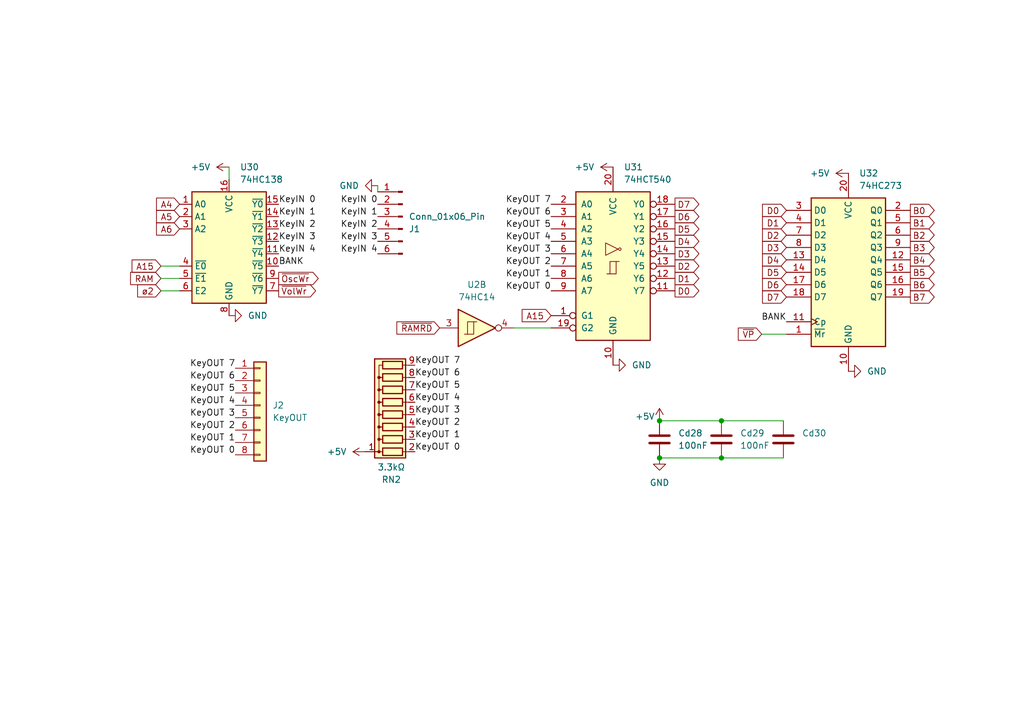
<source format=kicad_sch>
(kicad_sch (version 20231120) (generator "eeschema") (generator_version "8.0")
  (paper "A5")
  (title_block (title "I/O"))
  (lib_symbols
    (symbol "74xx:74AHC273"
      (property "Reference" "U" (at -7.62 16.51 0))
      (property "Value" "74AHC273" (at -7.62 -16.51 0))
      (symbol "74AHC273_1_0"
        (pin input line (at -12.7 -12.7 0) (length 5.08) (name "~{Mr}") (number "1"))
        (pin power_in line (at 0 -20.32 90) (length 5.08) (name "GND") (number "10"))
        (pin input clock (at -12.7 -10.16 0) (length 5.08) (name "Cp") (number "11"))
        (pin output line (at 12.7 2.54 180) (length 5.08) (name "Q4") (number "12"))
        (pin input line (at -12.7 2.54 0) (length 5.08) (name "D4") (number "13"))
        (pin input line (at -12.7 0 0) (length 5.08) (name "D5") (number "14"))
        (pin output line (at 12.7 0 180) (length 5.08) (name "Q5") (number "15"))
        (pin output line (at 12.7 -2.54 180) (length 5.08) (name "Q6") (number "16"))
        (pin input line (at -12.7 -2.54 0) (length 5.08) (name "D6") (number "17"))
        (pin input line (at -12.7 -5.08 0) (length 5.08) (name "D7") (number "18"))
        (pin output line (at 12.7 -5.08 180) (length 5.08) (name "Q7") (number "19"))
        (pin output line (at 12.7 12.7 180) (length 5.08) (name "Q0") (number "2"))
        (pin power_in line (at 0 20.32 270) (length 5.08) (name "VCC") (number "20"))
        (pin input line (at -12.7 12.7 0) (length 5.08) (name "D0") (number "3"))
        (pin input line (at -12.7 10.16 0) (length 5.08) (name "D1") (number "4"))
        (pin output line (at 12.7 10.16 180) (length 5.08) (name "Q1") (number "5"))
        (pin output line (at 12.7 7.62 180) (length 5.08) (name "Q2") (number "6"))
        (pin input line (at -12.7 7.62 0) (length 5.08) (name "D2") (number "7"))
        (pin input line (at -12.7 5.08 0) (length 5.08) (name "D3") (number "8"))
        (pin output line (at 12.7 5.08 180) (length 5.08) (name "Q3") (number "9"))
      )
      (symbol "74AHC273_1_1"
        (rectangle (start -7.62 15.24) (end 7.62 -15.24) (stroke (width 0.254)) (fill (type background)))
      )
    )
    (symbol "74xx:74HC138"
      (property "Reference" "U" (at -7.62 13.97 0))
      (property "Value" "74HC138" (at 2.54 -11.43 0))
      (symbol "74HC138_0_1"
        (rectangle (start -7.62 12.7) (end 7.62 -10.16) (stroke (width 0.254)) (fill (type background)))
      )
      (symbol "74HC138_1_1"
        (pin input line (at -10.16 10.16 0) (length 2.54) (name "A0") (number "1"))
        (pin output line (at 10.16 -2.54 180) (length 2.54) (name "~{Y5}") (number "10"))
        (pin output line (at 10.16 0 180) (length 2.54) (name "~{Y4}") (number "11"))
        (pin output line (at 10.16 2.54 180) (length 2.54) (name "~{Y3}") (number "12"))
        (pin output line (at 10.16 5.08 180) (length 2.54) (name "~{Y2}") (number "13"))
        (pin output line (at 10.16 7.62 180) (length 2.54) (name "~{Y1}") (number "14"))
        (pin output line (at 10.16 10.16 180) (length 2.54) (name "~{Y0}") (number "15"))
        (pin power_in line (at 0 15.24 270) (length 2.54) (name "VCC") (number "16"))
        (pin input line (at -10.16 7.62 0) (length 2.54) (name "A1") (number "2"))
        (pin input line (at -10.16 5.08 0) (length 2.54) (name "A2") (number "3"))
        (pin input line (at -10.16 -2.54 0) (length 2.54) (name "~{E0}") (number "4"))
        (pin input line (at -10.16 -5.08 0) (length 2.54) (name "~{E1}") (number "5"))
        (pin input line (at -10.16 -7.62 0) (length 2.54) (name "E2") (number "6"))
        (pin output line (at 10.16 -7.62 180) (length 2.54) (name "~{Y7}") (number "7"))
        (pin power_in line (at 0 -12.7 90) (length 2.54) (name "GND") (number "8"))
        (pin output line (at 10.16 -5.08 180) (length 2.54) (name "~{Y6}") (number "9"))
      )
    )
    (symbol "74xx:74HC14" (pin_names (offset 1.016))
      (property "Reference" "U" (at 0 1.27 0))
      (property "Value" "74HC14" (at 0 -1.27 0))
      (symbol "74HC14_1_0"
        (polyline (pts (xy -3.81 3.81) (xy -3.81 -3.81) (xy 3.81 0) (xy -3.81 3.81)) (stroke (width 0.254)) (fill (type background)))
        (pin input line (at -7.62 0 0) (length 3.81) (name "~") (number "1"))
        (pin output inverted (at 7.62 0 180) (length 3.81) (name "~") (number "2"))
      )
      (symbol "74HC14_1_1"
        (polyline (pts (xy -1.905 -1.27) (xy -1.905 1.27) (xy -0.635 1.27)))
        (polyline (pts (xy -2.54 -1.27) (xy -0.635 -1.27) (xy -0.635 1.27) (xy 0 1.27)))
      )
      (symbol "74HC14_2_0"
        (polyline (pts (xy -3.81 3.81) (xy -3.81 -3.81) (xy 3.81 0) (xy -3.81 3.81)) (stroke (width 0.254)) (fill (type background)))
        (pin input line (at -7.62 0 0) (length 3.81) (name "~") (number "3"))
        (pin output inverted (at 7.62 0 180) (length 3.81) (name "~") (number "4"))
      )
      (symbol "74HC14_2_1"
        (polyline (pts (xy -1.905 -1.27) (xy -1.905 1.27) (xy -0.635 1.27)))
        (polyline (pts (xy -2.54 -1.27) (xy -0.635 -1.27) (xy -0.635 1.27) (xy 0 1.27)))
      )
      (symbol "74HC14_3_0"
        (polyline (pts (xy -3.81 3.81) (xy -3.81 -3.81) (xy 3.81 0) (xy -3.81 3.81)) (stroke (width 0.254)) (fill (type background)))
        (pin input line (at -7.62 0 0) (length 3.81) (name "~") (number "5"))
        (pin output inverted (at 7.62 0 180) (length 3.81) (name "~") (number "6"))
      )
      (symbol "74HC14_3_1"
        (polyline (pts (xy -1.905 -1.27) (xy -1.905 1.27) (xy -0.635 1.27)))
        (polyline (pts (xy -2.54 -1.27) (xy -0.635 -1.27) (xy -0.635 1.27) (xy 0 1.27)))
      )
      (symbol "74HC14_4_0"
        (polyline (pts (xy -3.81 3.81) (xy -3.81 -3.81) (xy 3.81 0) (xy -3.81 3.81)) (stroke (width 0.254)) (fill (type background)))
        (pin output inverted (at 7.62 0 180) (length 3.81) (name "~") (number "8"))
        (pin input line (at -7.62 0 0) (length 3.81) (name "~") (number "9"))
      )
      (symbol "74HC14_4_1"
        (polyline (pts (xy -1.905 -1.27) (xy -1.905 1.27) (xy -0.635 1.27)))
        (polyline (pts (xy -2.54 -1.27) (xy -0.635 -1.27) (xy -0.635 1.27) (xy 0 1.27)))
      )
      (symbol "74HC14_5_0"
        (polyline (pts (xy -3.81 3.81) (xy -3.81 -3.81) (xy 3.81 0) (xy -3.81 3.81)) (stroke (width 0.254)) (fill (type background)))
        (pin output inverted (at 7.62 0 180) (length 3.81) (name "~") (number "10"))
        (pin input line (at -7.62 0 0) (length 3.81) (name "~") (number "11"))
      )
      (symbol "74HC14_5_1"
        (polyline (pts (xy -1.905 -1.27) (xy -1.905 1.27) (xy -0.635 1.27)))
        (polyline (pts (xy -2.54 -1.27) (xy -0.635 -1.27) (xy -0.635 1.27) (xy 0 1.27)))
      )
      (symbol "74HC14_6_0"
        (polyline (pts (xy -3.81 3.81) (xy -3.81 -3.81) (xy 3.81 0) (xy -3.81 3.81)) (stroke (width 0.254)) (fill (type background)))
        (pin output inverted (at 7.62 0 180) (length 3.81) (name "~") (number "12"))
        (pin input line (at -7.62 0 0) (length 3.81) (name "~") (number "13"))
      )
      (symbol "74HC14_6_1"
        (polyline (pts (xy -1.905 -1.27) (xy -1.905 1.27) (xy -0.635 1.27)))
        (polyline (pts (xy -2.54 -1.27) (xy -0.635 -1.27) (xy -0.635 1.27) (xy 0 1.27)))
      )
      (symbol "74HC14_7_0"
        (pin power_in line (at 0 12.7 270) (length 5.08) (name "VCC") (number "14"))
        (pin power_in line (at 0 -12.7 90) (length 5.08) (name "GND") (number "7"))
      )
      (symbol "74HC14_7_1"
        (rectangle (start -5.08 7.62) (end 5.08 -7.62) (stroke (width 0.254)) (fill (type background)))
      )
    )
    (symbol "74xx:74LS540" (pin_names (offset 1.016))
      (property "Reference" "U" (at -7.62 16.51 0))
      (property "Value" "74LS540" (at -7.62 -16.51 0))
      (symbol "74LS540_1_0"
        (polyline (pts (xy -0.635 -1.6002) (xy -0.635 0.9398) (xy 0.635 0.9398)))
        (polyline (pts (xy -1.27 -1.6002) (xy 0.635 -1.6002) (xy 0.635 0.9398) (xy 1.27 0.9398)))
        (polyline (pts (xy 1.016 3.4798) (xy -1.524 4.7498) (xy -1.524 2.2098) (xy 1.016 3.4798)) (stroke (width 0.1524)))
        (circle (center 1.397 3.4798) (radius 0.254) (stroke (width 0.1524)))
        (pin input inverted (at -12.7 -10.16 0) (length 5.08) (name "G1") (number "1"))
        (pin power_in line (at 0 -20.32 90) (length 5.08) (name "GND") (number "10"))
        (pin tri_state inverted (at 12.7 -5.08 180) (length 5.08) (name "Y7") (number "11"))
        (pin tri_state inverted (at 12.7 -2.54 180) (length 5.08) (name "Y6") (number "12"))
        (pin tri_state inverted (at 12.7 0 180) (length 5.08) (name "Y5") (number "13"))
        (pin tri_state inverted (at 12.7 2.54 180) (length 5.08) (name "Y4") (number "14"))
        (pin tri_state inverted (at 12.7 5.08 180) (length 5.08) (name "Y3") (number "15"))
        (pin tri_state inverted (at 12.7 7.62 180) (length 5.08) (name "Y2") (number "16"))
        (pin tri_state inverted (at 12.7 10.16 180) (length 5.08) (name "Y1") (number "17"))
        (pin tri_state inverted (at 12.7 12.7 180) (length 5.08) (name "Y0") (number "18"))
        (pin input inverted (at -12.7 -12.7 0) (length 5.08) (name "G2") (number "19"))
        (pin input line (at -12.7 12.7 0) (length 5.08) (name "A0") (number "2"))
        (pin power_in line (at 0 20.32 270) (length 5.08) (name "VCC") (number "20"))
        (pin input line (at -12.7 10.16 0) (length 5.08) (name "A1") (number "3"))
        (pin input line (at -12.7 7.62 0) (length 5.08) (name "A2") (number "4"))
        (pin input line (at -12.7 5.08 0) (length 5.08) (name "A3") (number "5"))
        (pin input line (at -12.7 2.54 0) (length 5.08) (name "A4") (number "6"))
        (pin input line (at -12.7 0 0) (length 5.08) (name "A5") (number "7"))
        (pin input line (at -12.7 -2.54 0) (length 5.08) (name "A6") (number "8"))
        (pin input line (at -12.7 -5.08 0) (length 5.08) (name "A7") (number "9"))
      )
      (symbol "74LS540_1_1"
        (rectangle (start -7.62 15.24) (end 7.62 -15.24) (stroke (width 0.254)) (fill (type background)))
      )
    )
    (symbol "Connector:Conn_01x06_Pin" (pin_names (offset 1.016) hide)
      (property "Reference" "J" (at 0 7.62 0))
      (property "Value" "Conn_01x06_Pin" (at 0 -10.16 0))
      (symbol "Conn_01x06_Pin_1_1"
        (polyline (pts (xy 1.27 -7.62) (xy 0.8636 -7.62)) (stroke (width 0.1524)))
        (polyline (pts (xy 1.27 -5.08) (xy 0.8636 -5.08)) (stroke (width 0.1524)))
        (polyline (pts (xy 1.27 -2.54) (xy 0.8636 -2.54)) (stroke (width 0.1524)))
        (polyline (pts (xy 1.27 0) (xy 0.8636 0)) (stroke (width 0.1524)))
        (polyline (pts (xy 1.27 2.54) (xy 0.8636 2.54)) (stroke (width 0.1524)))
        (polyline (pts (xy 1.27 5.08) (xy 0.8636 5.08)) (stroke (width 0.1524)))
        (rectangle (start 0.8636 -7.493) (end 0 -7.747) (stroke (width 0.1524)) (fill (type outline)))
        (rectangle (start 0.8636 -4.953) (end 0 -5.207) (stroke (width 0.1524)) (fill (type outline)))
        (rectangle (start 0.8636 -2.413) (end 0 -2.667) (stroke (width 0.1524)) (fill (type outline)))
        (rectangle (start 0.8636 0.127) (end 0 -0.127) (stroke (width 0.1524)) (fill (type outline)))
        (rectangle (start 0.8636 2.667) (end 0 2.413) (stroke (width 0.1524)) (fill (type outline)))
        (rectangle (start 0.8636 5.207) (end 0 4.953) (stroke (width 0.1524)) (fill (type outline)))
        (pin passive line (at 5.08 5.08 180) (length 3.81) (name "Pin_1") (number "1"))
        (pin passive line (at 5.08 2.54 180) (length 3.81) (name "Pin_2") (number "2"))
        (pin passive line (at 5.08 0 180) (length 3.81) (name "Pin_3") (number "3"))
        (pin passive line (at 5.08 -2.54 180) (length 3.81) (name "Pin_4") (number "4"))
        (pin passive line (at 5.08 -5.08 180) (length 3.81) (name "Pin_5") (number "5"))
        (pin passive line (at 5.08 -7.62 180) (length 3.81) (name "Pin_6") (number "6"))
      )
    )
    (symbol "Connector_Generic:Conn_01x08" (pin_names (offset 1.016) hide)
      (property "Reference" "J" (at 0 10.16 0))
      (property "Value" "Conn_01x08" (at 0 -12.7 0))
      (symbol "Conn_01x08_1_1"
        (rectangle (start -1.27 -10.033) (end 0 -10.287) (stroke (width 0.1524)))
        (rectangle (start -1.27 -7.493) (end 0 -7.747) (stroke (width 0.1524)))
        (rectangle (start -1.27 -4.953) (end 0 -5.207) (stroke (width 0.1524)))
        (rectangle (start -1.27 -2.413) (end 0 -2.667) (stroke (width 0.1524)))
        (rectangle (start -1.27 0.127) (end 0 -0.127) (stroke (width 0.1524)))
        (rectangle (start -1.27 2.667) (end 0 2.413) (stroke (width 0.1524)))
        (rectangle (start -1.27 5.207) (end 0 4.953) (stroke (width 0.1524)))
        (rectangle (start -1.27 7.747) (end 0 7.493) (stroke (width 0.1524)))
        (rectangle (start -1.27 8.89) (end 1.27 -11.43) (stroke (width 0.254)) (fill (type background)))
        (pin passive line (at -5.08 7.62 0) (length 3.81) (name "Pin_1") (number "1"))
        (pin passive line (at -5.08 5.08 0) (length 3.81) (name "Pin_2") (number "2"))
        (pin passive line (at -5.08 2.54 0) (length 3.81) (name "Pin_3") (number "3"))
        (pin passive line (at -5.08 0 0) (length 3.81) (name "Pin_4") (number "4"))
        (pin passive line (at -5.08 -2.54 0) (length 3.81) (name "Pin_5") (number "5"))
        (pin passive line (at -5.08 -5.08 0) (length 3.81) (name "Pin_6") (number "6"))
        (pin passive line (at -5.08 -7.62 0) (length 3.81) (name "Pin_7") (number "7"))
        (pin passive line (at -5.08 -10.16 0) (length 3.81) (name "Pin_8") (number "8"))
      )
    )
    (symbol "Device:C" (pin_numbers hide) (pin_names (offset 0.254))
      (property "Reference" "C" (at 0.635 2.54 0))
      (property "Value" "C" (at 0.635 -2.54 0))
      (symbol "C_0_1"
        (polyline (pts (xy -2.032 -0.762) (xy 2.032 -0.762)) (stroke (width 0.508)))
        (polyline (pts (xy -2.032 0.762) (xy 2.032 0.762)) (stroke (width 0.508)))
      )
      (symbol "C_1_1"
        (pin passive line (at 0 3.81 270) (length 2.794) (name "~") (number "1"))
        (pin passive line (at 0 -3.81 90) (length 2.794) (name "~") (number "2"))
      )
    )
    (symbol "Device:R_Network08" (pin_names (offset 0) hide)
      (property "Reference" "RN" (at -12.7 0 90))
      (property "Value" "R_Network08" (at 10.16 0 90))
      (symbol "R_Network08_0_1"
        (rectangle (start -11.43 -3.175) (end 8.89 3.175) (stroke (width 0.254)) (fill (type background)))
        (rectangle (start -10.922 1.524) (end -9.398 -2.54) (stroke (width 0.254)))
        (circle (center -10.16 2.286) (radius 0.254) (fill (type outline)))
        (rectangle (start -8.382 1.524) (end -6.858 -2.54) (stroke (width 0.254)))
        (circle (center -7.62 2.286) (radius 0.254) (fill (type outline)))
        (rectangle (start -5.842 1.524) (end -4.318 -2.54) (stroke (width 0.254)))
        (circle (center -5.08 2.286) (radius 0.254) (fill (type outline)))
        (rectangle (start -3.302 1.524) (end -1.778 -2.54) (stroke (width 0.254)))
        (circle (center -2.54 2.286) (radius 0.254) (fill (type outline)))
        (rectangle (start -0.762 1.524) (end 0.762 -2.54) (stroke (width 0.254)))
        (polyline (pts (xy -10.16 -2.54) (xy -10.16 -3.81)))
        (polyline (pts (xy -7.62 -2.54) (xy -7.62 -3.81)))
        (polyline (pts (xy -5.08 -2.54) (xy -5.08 -3.81)))
        (polyline (pts (xy -2.54 -2.54) (xy -2.54 -3.81)))
        (polyline (pts (xy 0 -2.54) (xy 0 -3.81)))
        (polyline (pts (xy 2.54 -2.54) (xy 2.54 -3.81)))
        (polyline (pts (xy 5.08 -2.54) (xy 5.08 -3.81)))
        (polyline (pts (xy 7.62 -2.54) (xy 7.62 -3.81)))
        (polyline (pts (xy -10.16 1.524) (xy -10.16 2.286) (xy -7.62 2.286) (xy -7.62 1.524)))
        (polyline (pts (xy -7.62 1.524) (xy -7.62 2.286) (xy -5.08 2.286) (xy -5.08 1.524)))
        (polyline (pts (xy -5.08 1.524) (xy -5.08 2.286) (xy -2.54 2.286) (xy -2.54 1.524)))
        (polyline (pts (xy -2.54 1.524) (xy -2.54 2.286) (xy 0 2.286) (xy 0 1.524)))
        (polyline (pts (xy 0 1.524) (xy 0 2.286) (xy 2.54 2.286) (xy 2.54 1.524)))
        (polyline (pts (xy 2.54 1.524) (xy 2.54 2.286) (xy 5.08 2.286) (xy 5.08 1.524)))
        (polyline (pts (xy 5.08 1.524) (xy 5.08 2.286) (xy 7.62 2.286) (xy 7.62 1.524)))
        (circle (center 0 2.286) (radius 0.254) (fill (type outline)))
        (rectangle (start 1.778 1.524) (end 3.302 -2.54) (stroke (width 0.254)))
        (circle (center 2.54 2.286) (radius 0.254) (fill (type outline)))
        (rectangle (start 4.318 1.524) (end 5.842 -2.54) (stroke (width 0.254)))
        (circle (center 5.08 2.286) (radius 0.254) (fill (type outline)))
        (rectangle (start 6.858 1.524) (end 8.382 -2.54) (stroke (width 0.254)))
      )
      (symbol "R_Network08_1_1"
        (pin passive line (at -10.16 5.08 270) (length 2.54) (name "common") (number "1"))
        (pin passive line (at -10.16 -5.08 90) (length 1.27) (name "R1") (number "2"))
        (pin passive line (at -7.62 -5.08 90) (length 1.27) (name "R2") (number "3"))
        (pin passive line (at -5.08 -5.08 90) (length 1.27) (name "R3") (number "4"))
        (pin passive line (at -2.54 -5.08 90) (length 1.27) (name "R4") (number "5"))
        (pin passive line (at 0 -5.08 90) (length 1.27) (name "R5") (number "6"))
        (pin passive line (at 2.54 -5.08 90) (length 1.27) (name "R6") (number "7"))
        (pin passive line (at 5.08 -5.08 90) (length 1.27) (name "R7") (number "8"))
        (pin passive line (at 7.62 -5.08 90) (length 1.27) (name "R8") (number "9"))
      )
    )
    (symbol "power:+5V" (power) (pin_names (offset 0))
      (property "Value" "+5V" (at 0 3.556 0))
      (symbol "+5V_0_1"
        (polyline (pts (xy -0.762 1.27) (xy 0 2.54)))
        (polyline (pts (xy 0 0) (xy 0 2.54)))
        (polyline (pts (xy 0 2.54) (xy 0.762 1.27)))
      )
      (symbol "+5V_1_1"
        (pin power_in line (at 0 0 90) (length 0) hide (name "+5V") (number "1"))
      )
    )
    (symbol "power:GND" (power) (pin_names (offset 0))
      (property "Value" "GND" (at 0 -3.81 0))
      (symbol "GND_0_1"
        (polyline (pts (xy 0 0) (xy 0 -1.27) (xy 1.27 -1.27) (xy 0 -2.54) (xy -1.27 -1.27) (xy 0 -1.27)))
      )
      (symbol "GND_1_1"
        (pin power_in line (at 0 0 270) (length 0) hide (name "GND") (number "1"))
      )
    )
  )
  (junction (at 147.955 86.36))
  (junction (at 135.255 93.98))
  (junction (at 135.255 86.36))
  (junction (at 147.955 93.98))
  (wire (pts (xy 77.47 38.1) (xy 77.47 39.37)))
  (wire (pts (xy 33.02 57.15) (xy 36.83 57.15)))
  (wire (pts (xy 46.99 34.29) (xy 46.99 36.83)))
  (wire (pts (xy 135.255 93.98) (xy 147.955 93.98)))
  (wire (pts (xy 147.955 86.36) (xy 160.655 86.36)))
  (wire (pts (xy 33.02 54.61) (xy 36.83 54.61)))
  (wire (pts (xy 33.02 59.69) (xy 36.83 59.69)))
  (wire (pts (xy 105.41 67.31) (xy 113.03 67.31)))
  (wire (pts (xy 156.21 68.58) (xy 161.29 68.58)))
  (wire (pts (xy 147.955 93.98) (xy 160.655 93.98)))
  (wire (pts (xy 135.255 86.36) (xy 147.955 86.36)))
  (label "KeyOUT 2" (at 85.09 87.63 0))
  (label "KeyIN 1" (at 77.47 44.45 180))
  (label "KeyIN 3" (at 77.47 49.53 180))
  (label "KeyIN 4" (at 77.47 52.07 180))
  (label "KeyIN 3" (at 57.15 49.53 0))
  (label "KeyIN 4" (at 57.15 52.07 0))
  (label "KeyOUT 7" (at 85.09 74.93 0))
  (label "KeyOUT 0" (at 113.03 59.69 180))
  (label "KeyIN 2" (at 57.15 46.99 0))
  (label "KeyOUT 2" (at 113.03 54.61 180))
  (label "KeyOUT 1" (at 48.26 90.805 180))
  (label "KeyOUT 1" (at 113.03 57.15 180))
  (label "KeyOUT 2" (at 48.26 88.265 180))
  (label "KeyOUT 4" (at 48.26 83.185 180))
  (label "KeyOUT 3" (at 48.26 85.725 180))
  (label "KeyIN 2" (at 77.47 46.99 180))
  (label "KeyOUT 3" (at 85.09 85.09 0))
  (label "BANK" (at 57.15 54.61 0))
  (label "KeyOUT 4" (at 113.03 49.53 180))
  (label "KeyOUT 6" (at 85.09 77.47 0))
  (label "KeyOUT 5" (at 85.09 80.01 0))
  (label "KeyOUT 0" (at 85.09 92.71 0))
  (label "KeyOUT 0" (at 48.26 93.345 180))
  (label "KeyOUT 1" (at 85.09 90.17 0))
  (label "KeyOUT 4" (at 85.09 82.55 0))
  (label "KeyOUT 5" (at 113.03 46.99 180))
  (label "KeyIN 1" (at 57.15 44.45 0))
  (label "KeyOUT 6" (at 113.03 44.45 180))
  (label "KeyOUT 6" (at 48.26 78.105 180))
  (label "KeyOUT 7" (at 48.26 75.565 180))
  (label "KeyIN 0" (at 57.15 41.91 0))
  (label "KeyOUT 3" (at 113.03 52.07 180))
  (label "KeyOUT 5" (at 48.26 80.645 180))
  (label "BANK" (at 161.29 66.04 180))
  (label "KeyOUT 7" (at 113.03 41.91 180))
  (label "KeyIN 0" (at 77.47 41.91 180))
  (global_label "ø2" (shape input) (at 33.02 59.69 180) (property "Intersheetrefs" "${INTERSHEET_REFS}" (effects (hide yes))))
  (global_label "D1" (shape input) (at 161.29 45.72 180) (property "Intersheetrefs" "${INTERSHEET_REFS}" (effects (hide yes))))
  (global_label "D0" (shape input) (at 161.29 43.18 180) (property "Intersheetrefs" "${INTERSHEET_REFS}" (effects (hide yes))))
  (global_label "D3" (shape input) (at 161.29 50.8 180) (property "Intersheetrefs" "${INTERSHEET_REFS}" (effects (hide yes))))
  (global_label "D6" (shape input) (at 161.29 58.42 180) (property "Intersheetrefs" "${INTERSHEET_REFS}" (effects (hide yes))))
  (global_label "A15" (shape input) (at 113.03 64.77 180) (property "Intersheetrefs" "${INTERSHEET_REFS}" (effects (hide yes))))
  (global_label "D2" (shape input) (at 161.29 48.26 180) (property "Intersheetrefs" "${INTERSHEET_REFS}" (effects (hide yes))))
  (global_label "D5" (shape input) (at 161.29 55.88 180) (property "Intersheetrefs" "${INTERSHEET_REFS}" (effects (hide yes))))
  (global_label "B3" (shape output) (at 186.69 50.8 0) (property "Intersheetrefs" "${INTERSHEET_REFS}" (effects (hide yes))))
  (global_label "B2" (shape output) (at 186.69 48.26 0) (property "Intersheetrefs" "${INTERSHEET_REFS}" (effects (hide yes))))
  (global_label "B4" (shape output) (at 186.69 53.34 0) (property "Intersheetrefs" "${INTERSHEET_REFS}" (effects (hide yes))))
  (global_label "B7" (shape output) (at 186.69 60.96 0) (property "Intersheetrefs" "${INTERSHEET_REFS}" (effects (hide yes))))
  (global_label "D7" (shape output) (at 138.43 41.91 0) (property "Intersheetrefs" "${INTERSHEET_REFS}" (effects (hide yes))))
  (global_label "B6" (shape output) (at 186.69 58.42 0) (property "Intersheetrefs" "${INTERSHEET_REFS}" (effects (hide yes))))
  (global_label "A15" (shape input) (at 33.02 54.61 180) (property "Intersheetrefs" "${INTERSHEET_REFS}" (effects (hide yes))))
  (global_label "D6" (shape output) (at 138.43 44.45 0) (property "Intersheetrefs" "${INTERSHEET_REFS}" (effects (hide yes))))
  (global_label "A6" (shape input) (at 36.83 46.99 180) (property "Intersheetrefs" "${INTERSHEET_REFS}" (effects (hide yes))))
  (global_label "D5" (shape output) (at 138.43 46.99 0) (property "Intersheetrefs" "${INTERSHEET_REFS}" (effects (hide yes))))
  (global_label "~{RAMRD}" (shape input) (at 90.17 67.31 180) (property "Intersheetrefs" "${INTERSHEET_REFS}" (effects (hide yes))))
  (global_label "D4" (shape output) (at 138.43 49.53 0) (property "Intersheetrefs" "${INTERSHEET_REFS}" (effects (hide yes))))
  (global_label "RAM" (shape input) (at 33.02 57.15 180) (property "Intersheetrefs" "${INTERSHEET_REFS}" (effects (hide yes))))
  (global_label "D2" (shape output) (at 138.43 54.61 0) (property "Intersheetrefs" "${INTERSHEET_REFS}" (effects (hide yes))))
  (global_label "D3" (shape output) (at 138.43 52.07 0) (property "Intersheetrefs" "${INTERSHEET_REFS}" (effects (hide yes))))
  (global_label "A5" (shape input) (at 36.83 44.45 180) (property "Intersheetrefs" "${INTERSHEET_REFS}" (effects (hide yes))))
  (global_label "B5" (shape output) (at 186.69 55.88 0) (property "Intersheetrefs" "${INTERSHEET_REFS}" (effects (hide yes))))
  (global_label "B0" (shape output) (at 186.69 43.18 0) (property "Intersheetrefs" "${INTERSHEET_REFS}" (effects (hide yes))))
  (global_label "~{VolWr}" (shape output) (at 57.15 59.69 0) (property "Intersheetrefs" "${INTERSHEET_REFS}" (effects (hide yes))))
  (global_label "B1" (shape output) (at 186.69 45.72 0) (property "Intersheetrefs" "${INTERSHEET_REFS}" (effects (hide yes))))
  (global_label "~{OscWr}" (shape output) (at 57.15 57.15 0) (property "Intersheetrefs" "${INTERSHEET_REFS}" (effects (hide yes))))
  (global_label "D4" (shape input) (at 161.29 53.34 180) (property "Intersheetrefs" "${INTERSHEET_REFS}" (effects (hide yes))))
  (global_label "~{VP}" (shape input) (at 156.21 68.58 180) (property "Intersheetrefs" "${INTERSHEET_REFS}" (effects (hide yes))))
  (global_label "A4" (shape input) (at 36.83 41.91 180) (property "Intersheetrefs" "${INTERSHEET_REFS}" (effects (hide yes))))
  (global_label "D0" (shape output) (at 138.43 59.69 0) (property "Intersheetrefs" "${INTERSHEET_REFS}" (effects (hide yes))))
  (global_label "D7" (shape input) (at 161.29 60.96 180) (property "Intersheetrefs" "${INTERSHEET_REFS}" (effects (hide yes))))
  (global_label "D1" (shape output) (at 138.43 57.15 0) (property "Intersheetrefs" "${INTERSHEET_REFS}" (effects (hide yes))))
  (symbol (lib_id "74xx:74LS540") (at 125.73 54.61 0) (unit 1)
    (property "Reference" "U31" (at 127.9241 34.29 0) (effects (justify left)))
    (property "Value" "74HCT540" (at 127.9241 36.83 0) (effects (justify left)))
    (property "Footprint" "Smal:DIP-20_W7.62mm_Socket_LongPads_TWEAK" (effects (hide yes)))
    (property "Datasheet" "http://www.ti.com/lit/gpn/sn74LS540" (effects (hide yes)))
  )
  (symbol (lib_id "power:GND") (at 135.255 93.98 0) (unit 1)
    (property "Reference" "#PWR0138" (effects (hide yes)))
    (property "Value" "GND" (at 135.255 99.06 0))
  )
  (symbol (lib_id "power:+5V") (at 74.93 92.71 90) (unit 1)
    (property "Reference" "#PWR0134" (effects (hide yes)))
    (property "Value" "+5V" (at 71.12 92.71 90) (effects (justify left)))
  )
  (symbol (lib_id "power:GND") (at 173.99 76.2 90) (unit 1)
    (property "Reference" "#PWR0140" (effects (hide yes)))
    (property "Value" "GND" (at 177.8 76.2 90) (effects (justify right)))
  )
  (symbol (lib_id "power:+5V") (at 173.99 35.56 90) (unit 1)
    (property "Reference" "#PWR0139" (effects (hide yes)))
    (property "Value" "+5V" (at 170.18 35.56 90) (effects (justify left)))
  )
  (symbol (lib_id "Device:C") (at 160.655 90.17 0) (unit 1)
    (property "Reference" "Cd30" (at 164.465 88.9 0) (effects (justify left)))
    (property "Value" "100nF" (effects (hide yes)))
    (property "Footprint" "Capacitor_THT:C_Disc_D3.0mm_W1.6mm_P2.50mm" (effects (hide yes)))
  )
  (symbol (lib_id "74xx:74HC14") (at 97.79 67.31 0) (unit 2)
    (property "Reference" "U2" (at 97.79 58.42 0))
    (property "Value" "74HC14" (at 97.79 60.96 0))
    (property "Footprint" "Smal:DIP-14_W7.62mm_Socket_LongPads_TWEAK" (effects (hide yes)))
    (property "Datasheet" "http://www.ti.com/lit/gpn/sn74HC14" (effects (hide yes)))
  )
  (symbol (lib_id "power:+5V") (at 135.255 86.36 0) (unit 1)
    (property "Reference" "#PWR0137" (effects (hide yes)))
    (property "Value" "+5V" (at 132.2701 85.4661 0))
  )
  (symbol (lib_id "Device:C") (at 147.955 90.17 0) (unit 1)
    (property "Reference" "Cd29" (at 151.765 88.9 0) (effects (justify left)))
    (property "Value" "100nF" (at 151.765 91.44 0) (effects (justify left)))
    (property "Footprint" "Capacitor_THT:C_Disc_D3.0mm_W1.6mm_P2.50mm" (effects (hide yes)))
  )
  (symbol (lib_id "Device:R_Network08") (at 80.01 82.55 90) (unit 1)
    (property "Reference" "RN2" (at 80.264 98.425 90))
    (property "Value" "3.3kΩ" (at 80.264 95.885 90))
    (property "Footprint" "Resistor_THT:R_Array_SIP9" (effects (hide yes)))
    (property "Datasheet" "http://www.vishay.com/docs/31509/csc.pdf" (effects (hide yes)))
  )
  (symbol (lib_id "power:GND") (at 77.47 38.1 270) (unit 1)
    (property "Reference" "#PWR0113" (effects (hide yes)))
    (property "Value" "GND" (at 73.66 38.0999 90) (effects (justify right)))
  )
  (symbol (lib_id "74xx:74HC138") (at 46.99 52.07 0) (unit 1)
    (property "Reference" "U30" (at 49.1841 34.29 0) (effects (justify left)))
    (property "Value" "74HC138" (at 49.1841 36.83 0) (effects (justify left)))
    (property "Footprint" "Smal:DIP-16_W7.62mm_Socket_LongPads_TWEAK" (effects (hide yes)))
    (property "Datasheet" "http://www.ti.com/lit/ds/symlink/cd74hc238.pdf" (effects (hide yes)))
  )
  (symbol (lib_id "power:GND") (at 46.99 64.77 90) (unit 1)
    (property "Reference" "#PWR0133" (effects (hide yes)))
    (property "Value" "GND" (at 50.8 64.77 90) (effects (justify right)))
  )
  (symbol (lib_id "74xx:74AHC273") (at 173.99 55.88 0) (unit 1)
    (property "Reference" "U32" (at 176.1841 35.56 0) (effects (justify left)))
    (property "Value" "74HC273" (at 176.1841 38.1 0) (effects (justify left)))
    (property "Footprint" "Smal:DIP-20_W7.62mm_Socket_LongPads_TWEAK" (effects (hide yes)))
    (property "Datasheet" "https://assets.nexperia.com/documents/data-sheet/74AHC_AHCT273.pdf" (effects (hide yes)))
  )
  (symbol (lib_id "power:GND") (at 125.73 74.93 90) (unit 1)
    (property "Reference" "#PWR0136" (effects (hide yes)))
    (property "Value" "GND" (at 129.54 74.93 90) (effects (justify right)))
  )
  (symbol (lib_id "Device:C") (at 135.255 90.17 0) (unit 1)
    (property "Reference" "Cd28" (at 139.065 88.9 0) (effects (justify left)))
    (property "Value" "100nF" (at 139.065 91.44 0) (effects (justify left)))
    (property "Footprint" "Capacitor_THT:C_Disc_D3.0mm_W1.6mm_P2.50mm" (effects (hide yes)))
  )
  (symbol (lib_id "power:+5V") (at 46.99 34.29 90) (unit 1)
    (property "Reference" "#PWR0132" (effects (hide yes)))
    (property "Value" "+5V" (at 43.18 34.29 90) (effects (justify left)))
  )
  (symbol (lib_id "Connector:Conn_01x06_Pin") (at 82.55 44.45 0) (mirror y) (unit 1)
    (property "Reference" "J1" (at 83.82 46.9901 0) (effects (justify right)))
    (property "Value" "Conn_01x06_Pin" (at 83.82 44.4501 0) (effects (justify right)))
    (property "Footprint" "Connector_PinHeader_2.54mm:PinHeader_1x06_P2.54mm_Vertical" (effects (hide yes)))
    (property "Description" "Generic connector, single row, 01x06, script generated" (effects (hide yes)))
  )
  (symbol (lib_id "power:+5V") (at 125.73 34.29 90) (unit 1)
    (property "Reference" "#PWR0135" (effects (hide yes)))
    (property "Value" "+5V" (at 121.92 34.29 90) (effects (justify left)))
  )
  (symbol (lib_id "Connector_Generic:Conn_01x08") (at 53.34 83.185 0) (unit 1)
    (property "Reference" "J2" (at 55.88 83.185 0) (effects (justify left)))
    (property "Value" "KeyOUT" (at 55.88 85.725 0) (effects (justify left)))
    (property "Footprint" "Connector_PinHeader_2.54mm:PinHeader_1x08_P2.54mm_Vertical" (effects (hide yes)))
  )
)
</source>
